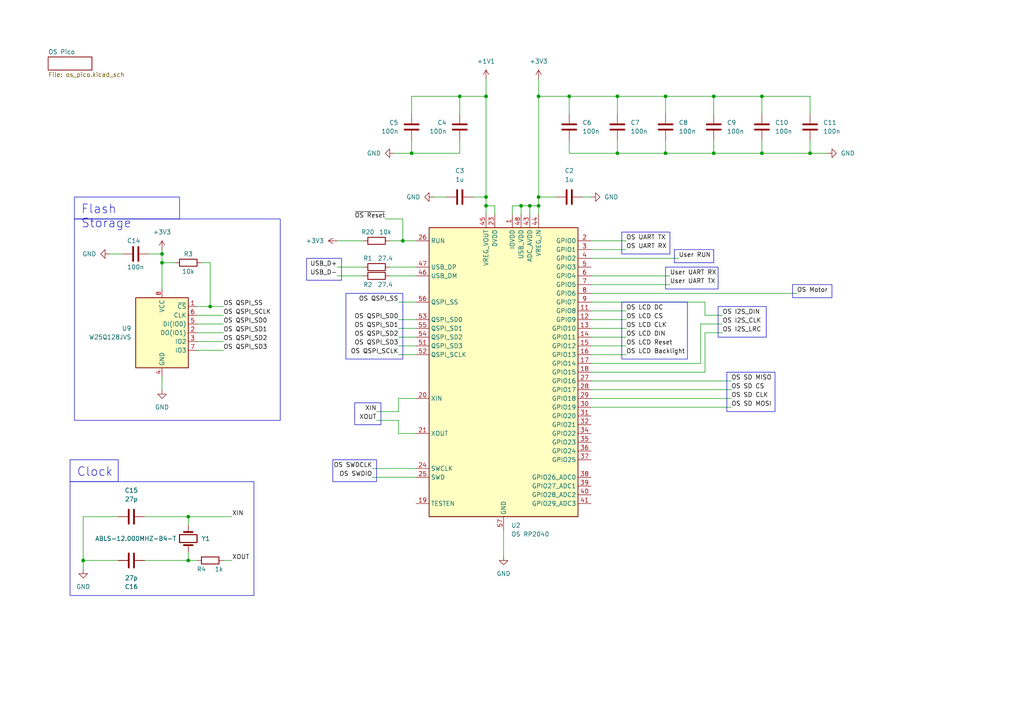
<source format=kicad_sch>
(kicad_sch (version 20230121) (generator eeschema)
  (paper "A4")
  (lib_symbols
    (symbol "Device:C" (pin_numbers hide) (pin_names (offset 0.254))
      (property "Reference" "C" (at 0.635 2.54 0))
      (property "Value" "C" (at 0.635 -2.54 0))
      (symbol "C_0_1"
        (polyline (pts (xy -2.032 -0.762) (xy 2.032 -0.762)) (stroke (width 0.508)))
        (polyline (pts (xy -2.032 0.762) (xy 2.032 0.762)) (stroke (width 0.508)))
      )
      (symbol "C_1_1"
        (pin passive line (at 0 3.81 270) (length 2.794) (name "~") (number "1"))
        (pin passive line (at 0 -3.81 90) (length 2.794) (name "~") (number "2"))
      )
    )
    (symbol "Device:Crystal" (pin_numbers hide) (pin_names (offset 1.016) hide)
      (property "Reference" "Y" (at 0 3.81 0))
      (property "Value" "Crystal" (at 0 -3.81 0))
      (symbol "Crystal_0_1"
        (rectangle (start -1.143 2.54) (end 1.143 -2.54) (stroke (width 0.3048)))
        (polyline (pts (xy -2.54 0) (xy -1.905 0)))
        (polyline (pts (xy -1.905 -1.27) (xy -1.905 1.27)) (stroke (width 0.508)))
        (polyline (pts (xy 1.905 -1.27) (xy 1.905 1.27)) (stroke (width 0.508)))
        (polyline (pts (xy 2.54 0) (xy 1.905 0)))
      )
      (symbol "Crystal_1_1"
        (pin passive line (at -3.81 0 0) (length 1.27) (name "1") (number "1"))
        (pin passive line (at 3.81 0 180) (length 1.27) (name "2") (number "2"))
      )
    )
    (symbol "Device:R" (pin_numbers hide) (pin_names (offset 0))
      (property "Reference" "R" (at 2.032 0 90))
      (property "Value" "R" (at 0 0 90))
      (symbol "R_0_1"
        (rectangle (start -1.016 -2.54) (end 1.016 2.54) (stroke (width 0.254)))
      )
      (symbol "R_1_1"
        (pin passive line (at 0 3.81 270) (length 1.27) (name "~") (number "1"))
        (pin passive line (at 0 -3.81 90) (length 1.27) (name "~") (number "2"))
      )
    )
    (symbol "GND_1" (power) (pin_names (offset 0))
      (property "Value" "GND_1" (at 0 -3.81 0))
      (symbol "GND_1_0_1"
        (polyline (pts (xy 0 0) (xy 0 -1.27) (xy 1.27 -1.27) (xy 0 -2.54) (xy -1.27 -1.27) (xy 0 -1.27)))
      )
      (symbol "GND_1_1_1"
        (pin power_in line (at 0 0 270) (length 0) hide (name "GND") (number "1"))
      )
    )
    (symbol "MCU_RaspberryPi:RP2040"
      (property "Reference" "U" (at 17.78 45.72 0))
      (property "Value" "RP2040" (at 17.78 43.18 0))
      (symbol "RP2040_0_1"
        (rectangle (start -21.59 41.91) (end 21.59 -41.91) (stroke (width 0.254)) (fill (type background)))
      )
      (symbol "RP2040_1_1"
        (pin power_in line (at 2.54 45.72 270) (length 3.81) (name "IOVDD") (number "1"))
        (pin passive line (at 2.54 45.72 270) (length 3.81) hide (name "IOVDD") (number "10"))
        (pin bidirectional line (at 25.4 17.78 180) (length 3.81) (name "GPIO8") (number "11"))
        (pin bidirectional line (at 25.4 15.24 180) (length 3.81) (name "GPIO9") (number "12"))
        (pin bidirectional line (at 25.4 12.7 180) (length 3.81) (name "GPIO10") (number "13"))
        (pin bidirectional line (at 25.4 10.16 180) (length 3.81) (name "GPIO11") (number "14"))
        (pin bidirectional line (at 25.4 7.62 180) (length 3.81) (name "GPIO12") (number "15"))
        (pin bidirectional line (at 25.4 5.08 180) (length 3.81) (name "GPIO13") (number "16"))
        (pin bidirectional line (at 25.4 2.54 180) (length 3.81) (name "GPIO14") (number "17"))
        (pin bidirectional line (at 25.4 0 180) (length 3.81) (name "GPIO15") (number "18"))
        (pin input line (at -25.4 -38.1 0) (length 3.81) (name "TESTEN") (number "19"))
        (pin bidirectional line (at 25.4 38.1 180) (length 3.81) (name "GPIO0") (number "2"))
        (pin input line (at -25.4 -7.62 0) (length 3.81) (name "XIN") (number "20"))
        (pin passive line (at -25.4 -17.78 0) (length 3.81) (name "XOUT") (number "21"))
        (pin passive line (at 2.54 45.72 270) (length 3.81) hide (name "IOVDD") (number "22"))
        (pin power_in line (at -2.54 45.72 270) (length 3.81) (name "DVDD") (number "23"))
        (pin input line (at -25.4 -27.94 0) (length 3.81) (name "SWCLK") (number "24"))
        (pin bidirectional line (at -25.4 -30.48 0) (length 3.81) (name "SWD") (number "25"))
        (pin input line (at -25.4 38.1 0) (length 3.81) (name "RUN") (number "26"))
        (pin bidirectional line (at 25.4 -2.54 180) (length 3.81) (name "GPIO16") (number "27"))
        (pin bidirectional line (at 25.4 -5.08 180) (length 3.81) (name "GPIO17") (number "28"))
        (pin bidirectional line (at 25.4 -7.62 180) (length 3.81) (name "GPIO18") (number "29"))
        (pin bidirectional line (at 25.4 35.56 180) (length 3.81) (name "GPIO1") (number "3"))
        (pin bidirectional line (at 25.4 -10.16 180) (length 3.81) (name "GPIO19") (number "30"))
        (pin bidirectional line (at 25.4 -12.7 180) (length 3.81) (name "GPIO20") (number "31"))
        (pin bidirectional line (at 25.4 -15.24 180) (length 3.81) (name "GPIO21") (number "32"))
        (pin passive line (at 2.54 45.72 270) (length 3.81) hide (name "IOVDD") (number "33"))
        (pin bidirectional line (at 25.4 -17.78 180) (length 3.81) (name "GPIO22") (number "34"))
        (pin bidirectional line (at 25.4 -20.32 180) (length 3.81) (name "GPIO23") (number "35"))
        (pin bidirectional line (at 25.4 -22.86 180) (length 3.81) (name "GPIO24") (number "36"))
        (pin bidirectional line (at 25.4 -25.4 180) (length 3.81) (name "GPIO25") (number "37"))
        (pin bidirectional line (at 25.4 -30.48 180) (length 3.81) (name "GPIO26_ADC0") (number "38"))
        (pin bidirectional line (at 25.4 -33.02 180) (length 3.81) (name "GPIO27_ADC1") (number "39"))
        (pin bidirectional line (at 25.4 33.02 180) (length 3.81) (name "GPIO2") (number "4"))
        (pin bidirectional line (at 25.4 -35.56 180) (length 3.81) (name "GPIO28_ADC2") (number "40"))
        (pin bidirectional line (at 25.4 -38.1 180) (length 3.81) (name "GPIO29_ADC3") (number "41"))
        (pin passive line (at 2.54 45.72 270) (length 3.81) hide (name "IOVDD") (number "42"))
        (pin power_in line (at 7.62 45.72 270) (length 3.81) (name "ADC_AVDD") (number "43"))
        (pin power_in line (at 10.16 45.72 270) (length 3.81) (name "VREG_IN") (number "44"))
        (pin power_out line (at -5.08 45.72 270) (length 3.81) (name "VREG_VOUT") (number "45"))
        (pin bidirectional line (at -25.4 27.94 0) (length 3.81) (name "USB_DM") (number "46"))
        (pin bidirectional line (at -25.4 30.48 0) (length 3.81) (name "USB_DP") (number "47"))
        (pin power_in line (at 5.08 45.72 270) (length 3.81) (name "USB_VDD") (number "48"))
        (pin passive line (at 2.54 45.72 270) (length 3.81) hide (name "IOVDD") (number "49"))
        (pin bidirectional line (at 25.4 30.48 180) (length 3.81) (name "GPIO3") (number "5"))
        (pin passive line (at -2.54 45.72 270) (length 3.81) hide (name "DVDD") (number "50"))
        (pin bidirectional line (at -25.4 7.62 0) (length 3.81) (name "QSPI_SD3") (number "51"))
        (pin output line (at -25.4 5.08 0) (length 3.81) (name "QSPI_SCLK") (number "52"))
        (pin bidirectional line (at -25.4 15.24 0) (length 3.81) (name "QSPI_SD0") (number "53"))
        (pin bidirectional line (at -25.4 10.16 0) (length 3.81) (name "QSPI_SD2") (number "54"))
        (pin bidirectional line (at -25.4 12.7 0) (length 3.81) (name "QSPI_SD1") (number "55"))
        (pin bidirectional line (at -25.4 20.32 0) (length 3.81) (name "QSPI_SS") (number "56"))
        (pin power_in line (at 0 -45.72 90) (length 3.81) (name "GND") (number "57"))
        (pin bidirectional line (at 25.4 27.94 180) (length 3.81) (name "GPIO4") (number "6"))
        (pin bidirectional line (at 25.4 25.4 180) (length 3.81) (name "GPIO5") (number "7"))
        (pin bidirectional line (at 25.4 22.86 180) (length 3.81) (name "GPIO6") (number "8"))
        (pin bidirectional line (at 25.4 20.32 180) (length 3.81) (name "GPIO7") (number "9"))
      )
    )
    (symbol "Memory_Flash:W25Q128JVS"
      (property "Reference" "U" (at -8.89 8.89 0))
      (property "Value" "W25Q128JVS" (at 7.62 8.89 0))
      (symbol "W25Q128JVS_0_1"
        (rectangle (start -7.62 10.16) (end 7.62 -10.16) (stroke (width 0.254)) (fill (type background)))
      )
      (symbol "W25Q128JVS_1_1"
        (pin input line (at -10.16 7.62 0) (length 2.54) (name "~{CS}") (number "1"))
        (pin bidirectional line (at -10.16 0 0) (length 2.54) (name "DO(IO1)") (number "2"))
        (pin bidirectional line (at -10.16 -2.54 0) (length 2.54) (name "IO2") (number "3"))
        (pin power_in line (at 0 -12.7 90) (length 2.54) (name "GND") (number "4"))
        (pin bidirectional line (at -10.16 2.54 0) (length 2.54) (name "DI(IO0)") (number "5"))
        (pin input line (at -10.16 5.08 0) (length 2.54) (name "CLK") (number "6"))
        (pin bidirectional line (at -10.16 -5.08 0) (length 2.54) (name "IO3") (number "7"))
        (pin power_in line (at 0 12.7 270) (length 2.54) (name "VCC") (number "8"))
      )
    )
    (symbol "power:+1V1" (power) (pin_names (offset 0))
      (property "Value" "+1V1" (at 0 3.556 0))
      (symbol "+1V1_0_1"
        (polyline (pts (xy -0.762 1.27) (xy 0 2.54)))
        (polyline (pts (xy 0 0) (xy 0 2.54)))
        (polyline (pts (xy 0 2.54) (xy 0.762 1.27)))
      )
      (symbol "+1V1_1_1"
        (pin power_in line (at 0 0 90) (length 0) hide (name "+1V1") (number "1"))
      )
    )
    (symbol "power:+3V3" (power) (pin_names (offset 0))
      (property "Value" "+3V3" (at 0 3.556 0))
      (symbol "+3V3_0_1"
        (polyline (pts (xy -0.762 1.27) (xy 0 2.54)))
        (polyline (pts (xy 0 0) (xy 0 2.54)))
        (polyline (pts (xy 0 2.54) (xy 0.762 1.27)))
      )
      (symbol "+3V3_1_1"
        (pin power_in line (at 0 0 90) (length 0) hide (name "+3V3") (number "1"))
      )
    )
    (symbol "power:GND" (power) (pin_names (offset 0))
      (property "Value" "GND" (at 0 -3.81 0))
      (symbol "GND_0_1"
        (polyline (pts (xy 0 0) (xy 0 -1.27) (xy 1.27 -1.27) (xy 0 -2.54) (xy -1.27 -1.27) (xy 0 -1.27)))
      )
      (symbol "GND_1_1"
        (pin power_in line (at 0 0 270) (length 0) hide (name "GND") (number "1"))
      )
    )
  )
  (junction (at 165.1 27.94))
  (junction (at 193.04 44.45))
  (junction (at 156.21 59.69))
  (junction (at 207.01 27.94))
  (junction (at 140.97 57.15))
  (junction (at 234.95 44.45))
  (junction (at 54.61 149.86))
  (junction (at 220.98 44.45))
  (junction (at 140.97 27.94))
  (junction (at 179.07 27.94))
  (junction (at 140.97 59.69))
  (junction (at 156.21 27.94))
  (junction (at 193.04 27.94))
  (junction (at 54.61 162.56))
  (junction (at 207.01 44.45))
  (junction (at 179.07 44.45))
  (junction (at 46.99 73.66))
  (junction (at 119.38 44.45))
  (junction (at 151.13 59.69))
  (junction (at 60.96 88.9))
  (junction (at 153.67 59.69))
  (junction (at 24.13 162.56))
  (junction (at 46.99 76.2))
  (junction (at 133.35 27.94))
  (junction (at 220.98 27.94))
  (junction (at 156.21 57.15))
  (junction (at 116.84 69.85))
  (wire (pts (xy 156.21 59.69) (xy 156.21 62.23)))
  (wire (pts (xy 204.47 107.95) (xy 171.45 107.95)))
  (wire (pts (xy 151.13 62.23) (xy 151.13 59.69)))
  (wire (pts (xy 204.47 96.52) (xy 204.47 107.95)))
  (wire (pts (xy 24.13 149.86) (xy 34.29 149.86)))
  (wire (pts (xy 46.99 76.2) (xy 50.8 76.2)))
  (wire (pts (xy 107.95 135.89) (xy 120.65 135.89)))
  (wire (pts (xy 24.13 162.56) (xy 34.29 162.56)))
  (wire (pts (xy 234.95 27.94) (xy 234.95 33.02)))
  (wire (pts (xy 125.73 57.15) (xy 129.54 57.15)))
  (wire (pts (xy 67.31 162.56) (xy 64.77 162.56)))
  (wire (pts (xy 179.07 27.94) (xy 193.04 27.94)))
  (wire (pts (xy 41.91 162.56) (xy 54.61 162.56)))
  (wire (pts (xy 54.61 149.86) (xy 54.61 152.4)))
  (wire (pts (xy 165.1 27.94) (xy 165.1 33.02)))
  (wire (pts (xy 181.61 95.25) (xy 171.45 95.25)))
  (wire (pts (xy 115.57 125.73) (xy 120.65 125.73)))
  (wire (pts (xy 133.35 44.45) (xy 119.38 44.45)))
  (wire (pts (xy 64.77 96.52) (xy 57.15 96.52)))
  (wire (pts (xy 115.57 92.71) (xy 120.65 92.71)))
  (wire (pts (xy 207.01 27.94) (xy 220.98 27.94)))
  (wire (pts (xy 196.85 74.93) (xy 171.45 74.93)))
  (wire (pts (xy 113.03 77.47) (xy 120.65 77.47)))
  (wire (pts (xy 58.42 76.2) (xy 60.96 76.2)))
  (wire (pts (xy 46.99 72.39) (xy 46.99 73.66)))
  (wire (pts (xy 143.51 62.23) (xy 143.51 59.69)))
  (wire (pts (xy 171.45 82.55) (xy 194.31 82.55)))
  (wire (pts (xy 165.1 44.45) (xy 165.1 40.64)))
  (wire (pts (xy 240.03 44.45) (xy 234.95 44.45)))
  (wire (pts (xy 133.35 40.64) (xy 133.35 44.45)))
  (wire (pts (xy 97.79 80.01) (xy 105.41 80.01)))
  (wire (pts (xy 209.55 93.98) (xy 203.2 93.98)))
  (wire (pts (xy 171.45 80.01) (xy 194.31 80.01)))
  (wire (pts (xy 64.77 88.9) (xy 60.96 88.9)))
  (wire (pts (xy 212.09 118.11) (xy 171.45 118.11)))
  (wire (pts (xy 109.22 119.38) (xy 115.57 119.38)))
  (wire (pts (xy 181.61 92.71) (xy 171.45 92.71)))
  (wire (pts (xy 115.57 119.38) (xy 115.57 115.57)))
  (wire (pts (xy 181.61 102.87) (xy 171.45 102.87)))
  (wire (pts (xy 115.57 102.87) (xy 120.65 102.87)))
  (wire (pts (xy 31.75 73.66) (xy 35.56 73.66)))
  (wire (pts (xy 109.22 121.92) (xy 115.57 121.92)))
  (wire (pts (xy 113.03 80.01) (xy 120.65 80.01)))
  (wire (pts (xy 54.61 162.56) (xy 54.61 160.02)))
  (wire (pts (xy 212.09 115.57) (xy 171.45 115.57)))
  (wire (pts (xy 97.79 77.47) (xy 105.41 77.47)))
  (wire (pts (xy 119.38 33.02) (xy 119.38 27.94)))
  (wire (pts (xy 181.61 90.17) (xy 171.45 90.17)))
  (wire (pts (xy 179.07 27.94) (xy 179.07 33.02)))
  (wire (pts (xy 116.84 69.85) (xy 120.65 69.85)))
  (wire (pts (xy 119.38 27.94) (xy 133.35 27.94)))
  (wire (pts (xy 193.04 27.94) (xy 193.04 33.02)))
  (wire (pts (xy 148.59 59.69) (xy 151.13 59.69)))
  (wire (pts (xy 97.79 69.85) (xy 105.41 69.85)))
  (wire (pts (xy 46.99 73.66) (xy 46.99 76.2)))
  (wire (pts (xy 220.98 40.64) (xy 220.98 44.45)))
  (wire (pts (xy 111.76 63.5) (xy 116.84 63.5)))
  (wire (pts (xy 212.09 110.49) (xy 171.45 110.49)))
  (wire (pts (xy 234.95 40.64) (xy 234.95 44.45)))
  (wire (pts (xy 116.84 63.5) (xy 116.84 69.85)))
  (wire (pts (xy 156.21 27.94) (xy 156.21 57.15)))
  (wire (pts (xy 179.07 40.64) (xy 179.07 44.45)))
  (wire (pts (xy 133.35 27.94) (xy 140.97 27.94)))
  (wire (pts (xy 140.97 27.94) (xy 140.97 57.15)))
  (wire (pts (xy 165.1 27.94) (xy 179.07 27.94)))
  (wire (pts (xy 43.18 73.66) (xy 46.99 73.66)))
  (wire (pts (xy 60.96 76.2) (xy 60.96 88.9)))
  (wire (pts (xy 46.99 113.03) (xy 46.99 109.22)))
  (wire (pts (xy 133.35 33.02) (xy 133.35 27.94)))
  (wire (pts (xy 193.04 40.64) (xy 193.04 44.45)))
  (wire (pts (xy 140.97 62.23) (xy 140.97 59.69)))
  (wire (pts (xy 146.05 161.29) (xy 146.05 153.67)))
  (wire (pts (xy 41.91 149.86) (xy 54.61 149.86)))
  (wire (pts (xy 153.67 62.23) (xy 153.67 59.69)))
  (wire (pts (xy 156.21 27.94) (xy 165.1 27.94)))
  (wire (pts (xy 193.04 27.94) (xy 207.01 27.94)))
  (wire (pts (xy 119.38 40.64) (xy 119.38 44.45)))
  (wire (pts (xy 204.47 91.44) (xy 204.47 87.63)))
  (wire (pts (xy 107.95 138.43) (xy 120.65 138.43)))
  (wire (pts (xy 181.61 100.33) (xy 171.45 100.33)))
  (wire (pts (xy 207.01 44.45) (xy 193.04 44.45)))
  (wire (pts (xy 220.98 27.94) (xy 234.95 27.94)))
  (wire (pts (xy 209.55 91.44) (xy 204.47 91.44)))
  (wire (pts (xy 119.38 44.45) (xy 114.3 44.45)))
  (wire (pts (xy 115.57 115.57) (xy 120.65 115.57)))
  (wire (pts (xy 115.57 95.25) (xy 120.65 95.25)))
  (wire (pts (xy 60.96 88.9) (xy 57.15 88.9)))
  (wire (pts (xy 64.77 99.06) (xy 57.15 99.06)))
  (wire (pts (xy 115.57 100.33) (xy 120.65 100.33)))
  (wire (pts (xy 151.13 59.69) (xy 153.67 59.69)))
  (wire (pts (xy 212.09 113.03) (xy 171.45 113.03)))
  (wire (pts (xy 140.97 57.15) (xy 140.97 59.69)))
  (wire (pts (xy 64.77 91.44) (xy 57.15 91.44)))
  (wire (pts (xy 115.57 87.63) (xy 120.65 87.63)))
  (wire (pts (xy 203.2 105.41) (xy 171.45 105.41)))
  (wire (pts (xy 203.2 93.98) (xy 203.2 105.41)))
  (wire (pts (xy 234.95 44.45) (xy 220.98 44.45)))
  (wire (pts (xy 207.01 27.94) (xy 207.01 33.02)))
  (wire (pts (xy 193.04 44.45) (xy 179.07 44.45)))
  (wire (pts (xy 46.99 76.2) (xy 46.99 83.82)))
  (wire (pts (xy 140.97 59.69) (xy 143.51 59.69)))
  (wire (pts (xy 148.59 62.23) (xy 148.59 59.69)))
  (wire (pts (xy 140.97 22.86) (xy 140.97 27.94)))
  (wire (pts (xy 64.77 93.98) (xy 57.15 93.98)))
  (wire (pts (xy 24.13 162.56) (xy 24.13 149.86)))
  (wire (pts (xy 115.57 121.92) (xy 115.57 125.73)))
  (wire (pts (xy 181.61 69.85) (xy 171.45 69.85)))
  (wire (pts (xy 115.57 97.79) (xy 120.65 97.79)))
  (wire (pts (xy 64.77 101.6) (xy 57.15 101.6)))
  (wire (pts (xy 207.01 40.64) (xy 207.01 44.45)))
  (wire (pts (xy 54.61 149.86) (xy 67.31 149.86)))
  (wire (pts (xy 156.21 22.86) (xy 156.21 27.94)))
  (wire (pts (xy 57.15 162.56) (xy 54.61 162.56)))
  (wire (pts (xy 137.16 57.15) (xy 140.97 57.15)))
  (wire (pts (xy 181.61 72.39) (xy 171.45 72.39)))
  (wire (pts (xy 156.21 59.69) (xy 156.21 57.15)))
  (wire (pts (xy 220.98 27.94) (xy 220.98 33.02)))
  (wire (pts (xy 181.61 97.79) (xy 171.45 97.79)))
  (wire (pts (xy 24.13 165.1) (xy 24.13 162.56)))
  (wire (pts (xy 153.67 59.69) (xy 156.21 59.69)))
  (wire (pts (xy 204.47 87.63) (xy 171.45 87.63)))
  (wire (pts (xy 209.55 96.52) (xy 204.47 96.52)))
  (wire (pts (xy 179.07 44.45) (xy 165.1 44.45)))
  (wire (pts (xy 113.03 69.85) (xy 116.84 69.85)))
  (wire (pts (xy 161.29 57.15) (xy 156.21 57.15)))
  (wire (pts (xy 171.45 57.15) (xy 168.91 57.15)))
  (wire (pts (xy 220.98 44.45) (xy 207.01 44.45)))
  (wire (pts (xy 231.14 85.09) (xy 171.45 85.09)))
  (rectangle (start 193.04 77.47) (end 208.28 83.82))
  (rectangle (start 88.9 74.93) (end 99.06 81.28))
  (rectangle (start 180.34 67.31) (end 194.31 73.66))
  (rectangle (start 229.87 82.55) (end 241.3 86.36))
  (rectangle (start 208.28 88.9) (end 222.25 97.79))
  (rectangle (start 20.32 139.7) (end 73.66 172.72))
  (rectangle (start 102.87 116.84) (end 110.49 123.19))
  (rectangle (start 21.59 63.5) (end 81.28 121.92))
  (rectangle (start 96.52 133.35) (end 109.22 139.7))
  (rectangle (start 100.33 85.09) (end 116.84 104.14))
  (rectangle (start 180.34 87.63) (end 199.39 104.14))
  (rectangle (start 195.58 72.39) (end 207.01 76.2))
  (rectangle (start 210.82 107.95) (end 224.79 119.38))
  (text_box "Flash Storage" (at 21.59 57.15 0) (size 30.48 6.35) (effects (font (size 2.54 2.54)) (justify left top)))
  (text_box "Clock" (at 20.32 133.35 0) (size 13.97 6.35) (effects (font (size 2.54 2.54)) (justify left top)))
  (label "OS I2S_DIN" (at 209.55 91.44 0))
  (label "OS QSPI_SS" (at 64.77 88.9 0))
  (label "OS QSPI_SD3" (at 115.57 100.33 180))
  (label "User UART RX" (at 194.31 80.01 0))
  (label "~{OS Reset}" (at 111.76 63.5 180))
  (label "XIN" (at 67.31 149.86 0))
  (label "XIN" (at 109.22 119.38 180))
  (label "OS QSPI_SCLK" (at 64.77 91.44 0))
  (label "OS SD MISO" (at 212.09 110.49 0))
  (label "OS LCD DC" (at 181.61 90.17 0))
  (label "XOUT" (at 109.22 121.92 180))
  (label "OS I2S_CLK" (at 209.55 93.98 0))
  (label "User RUN" (at 196.85 74.93 0))
  (label "USB_D-" (at 97.79 80.01 180))
  (label "OS LCD Reset" (at 181.61 100.33 0))
  (label "OS LCD CS" (at 181.61 92.71 0))
  (label "OS SD MOSI" (at 212.09 118.11 0))
  (label "User UART TX" (at 194.31 82.55 0))
  (label "OS LCD Backlight" (at 181.61 102.87 0))
  (label "OS QSPI_SD0" (at 115.57 92.71 180))
  (label "OS QSPI_SD1" (at 64.77 96.52 0))
  (label "USB_D+" (at 97.79 77.47 180))
  (label "OS QSPI_SCLK" (at 115.57 102.87 180))
  (label "OS LCD DIN" (at 181.61 97.79 0))
  (label "OS Motor" (at 231.14 85.09 0))
  (label "OS QSPI_SD2" (at 64.77 99.06 0))
  (label "OS SD CS" (at 212.09 113.03 0))
  (label "OS QSPI_SD1" (at 115.57 95.25 180))
  (label "OS SWDCLK" (at 107.95 135.89 180))
  (label "XOUT" (at 67.31 162.56 0))
  (label "OS QSPI_SD0" (at 64.77 93.98 0))
  (label "OS QSPI_SD3" (at 64.77 101.6 0))
  (label "OS QSPI_SD2" (at 115.57 97.79 180))
  (label "OS QSPI_SS" (at 115.57 87.63 180))
  (label "OS SWDIO" (at 107.95 138.43 180))
  (label "OS UART TX" (at 181.61 69.85 0))
  (label "OS SD CLK" (at 212.09 115.57 0))
  (label "OS UART RX" (at 181.61 72.39 0))
  (label "OS I2S_LRC" (at 209.55 96.52 0))
  (label "OS LCD CLK" (at 181.61 95.25 0))
  (symbol (lib_name "GND_1") (lib_id "power:GND") (at 125.73 57.15 270) (unit 1)
    (property "Reference" "#PWR028" (effects hide))
    (property "Value" "GND" (at 121.92 57.15 90) (effects (justify right)))
  )
  (symbol (lib_id "Device:C") (at 133.35 36.83 0) (mirror y) (unit 1)
    (property "Reference" "C4" (at 129.54 35.56 0) (effects (justify left)))
    (property "Value" "100n" (at 129.54 38.1 0) (effects (justify left)))
    (property "Footprint" "Capacitor_SMD:C_0805_2012Metric" (effects hide))
  )
  (symbol (lib_id "Device:C") (at 133.35 57.15 90) (unit 1)
    (property "Reference" "C3" (at 133.35 49.53 90))
    (property "Value" "1u" (at 133.35 52.07 90))
    (property "Footprint" "Capacitor_SMD:C_0805_2012Metric" (effects hide))
  )
  (symbol (lib_id "Device:C") (at 38.1 149.86 270) (unit 1)
    (property "Reference" "C15" (at 38.1 142.24 90))
    (property "Value" "27p" (at 38.1 144.78 90))
    (property "Footprint" "Capacitor_SMD:C_0805_2012Metric" (effects hide))
  )
  (symbol (lib_id "Device:R") (at 109.22 80.01 90) (mirror x) (unit 1)
    (property "Reference" "R2" (at 106.68 82.55 90))
    (property "Value" "27.4" (at 111.76 82.55 90))
    (property "Footprint" "Resistor_SMD:R_0805_2012Metric" (effects hide))
  )
  (symbol (lib_id "power:+3V3") (at 97.79 69.85 90) (unit 1)
    (property "Reference" "#PWR074" (effects hide))
    (property "Value" "+3V3" (at 93.98 69.85 90) (effects (justify left)))
  )
  (symbol (lib_id "power:+3V3") (at 156.21 22.86 0) (unit 1)
    (property "Reference" "#PWR026" (effects hide))
    (property "Value" "+3V3" (at 156.21 17.78 0))
  )
  (symbol (lib_id "power:+3V3") (at 46.99 72.39 0) (unit 1)
    (property "Reference" "#PWR041" (effects hide))
    (property "Value" "+3V3" (at 46.99 67.31 0))
  )
  (symbol (lib_id "Device:Crystal") (at 54.61 156.21 90) (unit 1)
    (property "Reference" "Y1" (at 59.69 156.21 90))
    (property "Value" "ABLS-12.000MHZ-B4-T" (at 39.37 156.21 90))
    (property "Footprint" "Crystal:Crystal_SMD_Abracon_ABM3-2Pin_5.0x3.2mm" (effects hide))
  )
  (symbol (lib_id "Device:C") (at 234.95 36.83 0) (unit 1)
    (property "Reference" "C11" (at 238.76 35.56 0) (effects (justify left)))
    (property "Value" "100n" (at 238.76 38.1 0) (effects (justify left)))
    (property "Footprint" "Capacitor_SMD:C_0805_2012Metric" (effects hide))
  )
  (symbol (lib_id "Device:R") (at 109.22 69.85 90) (unit 1)
    (property "Reference" "R20" (at 106.68 67.31 90))
    (property "Value" "10k" (at 111.76 67.31 90))
    (property "Footprint" "Resistor_SMD:R_0805_2012Metric" (effects hide))
  )
  (symbol (lib_id "Device:R") (at 54.61 76.2 90) (unit 1)
    (property "Reference" "R3" (at 54.61 73.66 90))
    (property "Value" "10k" (at 54.61 78.74 90))
    (property "Footprint" "Resistor_SMD:R_0805_2012Metric" (effects hide))
  )
  (symbol (lib_id "Device:C") (at 165.1 57.15 90) (unit 1)
    (property "Reference" "C2" (at 165.1 49.53 90))
    (property "Value" "1u" (at 165.1 52.07 90))
    (property "Footprint" "Capacitor_SMD:C_0805_2012Metric" (effects hide))
  )
  (symbol (lib_id "power:GND") (at 24.13 165.1 0) (unit 1)
    (property "Reference" "#PWR044" (effects hide))
    (property "Value" "GND" (at 24.13 170.18 0))
  )
  (symbol (lib_id "Device:R") (at 109.22 77.47 90) (unit 1)
    (property "Reference" "R1" (at 106.68 74.93 90))
    (property "Value" "27.4" (at 111.76 74.93 90))
    (property "Footprint" "Resistor_SMD:R_0805_2012Metric" (effects hide))
  )
  (symbol (lib_id "Device:C") (at 207.01 36.83 0) (unit 1)
    (property "Reference" "C9" (at 210.82 35.56 0) (effects (justify left)))
    (property "Value" "100n" (at 210.82 38.1 0) (effects (justify left)))
    (property "Footprint" "Capacitor_SMD:C_0805_2012Metric" (effects hide))
  )
  (symbol (lib_id "Device:C") (at 193.04 36.83 0) (unit 1)
    (property "Reference" "C8" (at 196.85 35.56 0) (effects (justify left)))
    (property "Value" "100n" (at 196.85 38.1 0) (effects (justify left)))
    (property "Footprint" "Capacitor_SMD:C_0805_2012Metric" (effects hide))
  )
  (symbol (lib_id "MCU_RaspberryPi:RP2040") (at 146.05 107.95 0) (unit 1)
    (property "Reference" "U2" (at 148.2441 152.4 0) (effects (justify left)))
    (property "Value" "OS RP2040" (at 148.2441 154.94 0) (effects (justify left)))
    (property "Footprint" "Package_DFN_QFN:QFN-56-1EP_7x7mm_P0.4mm_EP3.2x3.2mm" (effects hide))
    (property "Datasheet" "https://datasheets.raspberrypi.com/rp2040/rp2040-datasheet.pdf" (effects hide))
  )
  (symbol (lib_id "Device:C") (at 179.07 36.83 0) (unit 1)
    (property "Reference" "C7" (at 182.88 35.56 0) (effects (justify left)))
    (property "Value" "100n" (at 182.88 38.1 0) (effects (justify left)))
    (property "Footprint" "Capacitor_SMD:C_0805_2012Metric" (effects hide))
  )
  (symbol (lib_id "Device:C") (at 39.37 73.66 270) (mirror x) (unit 1)
    (property "Reference" "C14" (at 36.83 69.85 90) (effects (justify left)))
    (property "Value" "100n" (at 36.83 77.47 90) (effects (justify left)))
    (property "Footprint" "Capacitor_SMD:C_0805_2012Metric" (effects hide))
  )
  (symbol (lib_name "GND_1") (lib_id "power:GND") (at 46.99 113.03 0) (unit 1)
    (property "Reference" "#PWR043" (effects hide))
    (property "Value" "GND" (at 46.99 118.11 0))
  )
  (symbol (lib_id "Device:C") (at 119.38 36.83 0) (mirror y) (unit 1)
    (property "Reference" "C5" (at 115.57 35.56 0) (effects (justify left)))
    (property "Value" "100n" (at 115.57 38.1 0) (effects (justify left)))
    (property "Footprint" "Capacitor_SMD:C_0805_2012Metric" (effects hide))
  )
  (symbol (lib_id "power:+1V1") (at 140.97 22.86 0) (unit 1)
    (property "Reference" "#PWR027" (effects hide))
    (property "Value" "+1V1" (at 140.97 17.78 0))
  )
  (symbol (lib_id "Device:C") (at 38.1 162.56 90) (unit 1)
    (property "Reference" "C16" (at 38.1 170.18 90))
    (property "Value" "27p" (at 38.1 167.64 90))
    (property "Footprint" "Capacitor_SMD:C_0805_2012Metric" (effects hide))
  )
  (symbol (lib_id "Memory_Flash:W25Q128JVS") (at 46.99 96.52 0) (mirror y) (unit 1)
    (property "Reference" "U9" (at 38.1 95.25 0) (effects (justify left)))
    (property "Value" "W25Q128JVS" (at 38.1 97.79 0) (effects (justify left)))
    (property "Footprint" "Package_SO:SOIC-8_5.23x5.23mm_P1.27mm" (effects hide))
    (property "Datasheet" "http://www.winbond.com/resource-files/w25q128jv_dtr%20revc%2003272018%20plus.pdf" (effects hide))
  )
  (symbol (lib_id "Device:C") (at 220.98 36.83 0) (unit 1)
    (property "Reference" "C10" (at 224.79 35.56 0) (effects (justify left)))
    (property "Value" "100n" (at 224.79 38.1 0) (effects (justify left)))
    (property "Footprint" "Capacitor_SMD:C_0805_2012Metric" (effects hide))
  )
  (symbol (lib_name "GND_1") (lib_id "power:GND") (at 171.45 57.15 90) (unit 1)
    (property "Reference" "#PWR025" (effects hide))
    (property "Value" "GND" (at 175.26 57.15 90) (effects (justify right)))
  )
  (symbol (lib_id "Device:C") (at 165.1 36.83 0) (unit 1)
    (property "Reference" "C6" (at 168.91 35.56 0) (effects (justify left)))
    (property "Value" "100n" (at 168.91 38.1 0) (effects (justify left)))
    (property "Footprint" "Capacitor_SMD:C_0805_2012Metric" (effects hide))
  )
  (symbol (lib_name "GND_1") (lib_id "power:GND") (at 240.03 44.45 90) (unit 1)
    (property "Reference" "#PWR030" (effects hide))
    (property "Value" "GND" (at 243.84 44.45 90) (effects (justify right)))
  )
  (symbol (lib_name "GND_1") (lib_id "power:GND") (at 31.75 73.66 270) (unit 1)
    (property "Reference" "#PWR042" (effects hide))
    (property "Value" "GND" (at 27.94 73.66 90) (effects (justify right)))
  )
  (symbol (lib_id "Device:R") (at 60.96 162.56 90) (mirror x) (unit 1)
    (property "Reference" "R4" (at 58.42 165.1 90))
    (property "Value" "1k" (at 63.5 165.1 90))
    (property "Footprint" "Resistor_SMD:R_0805_2012Metric" (effects hide))
  )
  (symbol (lib_name "GND_1") (lib_id "power:GND") (at 146.05 161.29 0) (unit 1)
    (property "Reference" "#PWR024" (effects hide))
    (property "Value" "GND" (at 146.05 166.37 0))
  )
  (symbol (lib_name "GND_1") (lib_id "power:GND") (at 114.3 44.45 270) (unit 1)
    (property "Reference" "#PWR029" (effects hide))
    (property "Value" "GND" (at 110.49 44.45 90) (effects (justify right)))
  )
  (sheet (at 13.97 16.51) (size 12.7 3.81) (stroke (width 0.1524))
    (property "Sheetname" "OS Pico" (at 13.97 15.7984 0) (effects (justify left bottom)))
    (property "Sheetfile" "os_pico.kicad_sch" (at 13.97 20.9046 0) (effects (justify left top)))
  )
)
</source>
